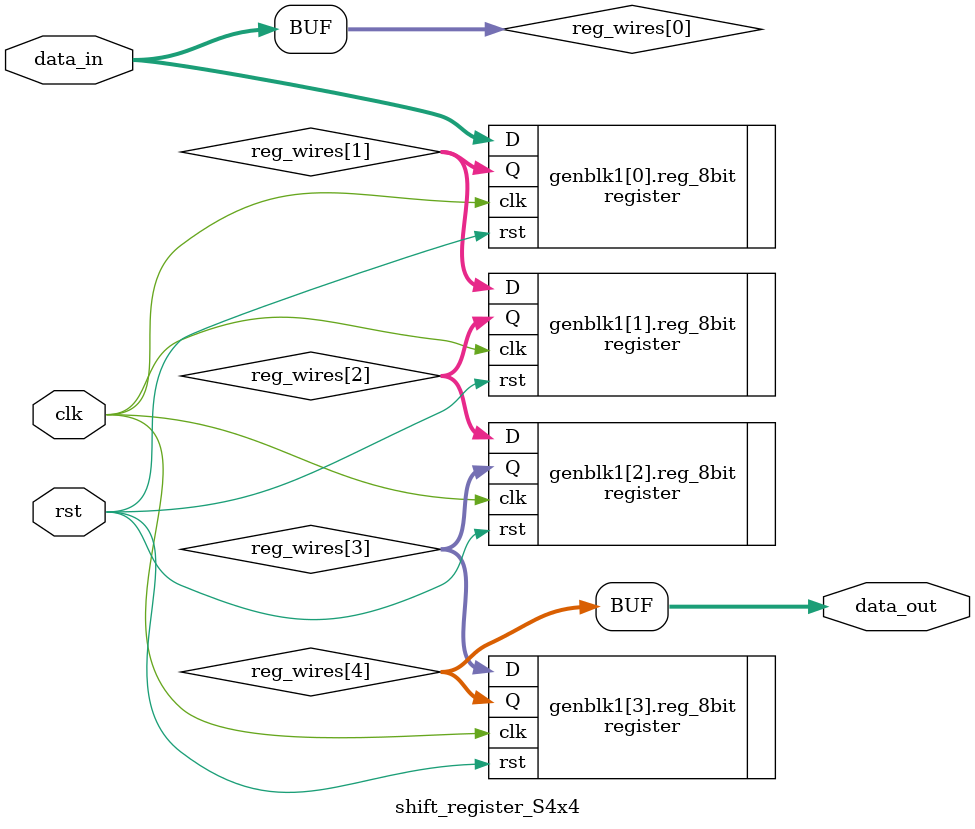
<source format=sv>
module shift_register_S4x4 #
(
    parameter WIDTH = 8,
    parameter NUM_OF_REG = 4
)
(
    input logic rst, clk,
    input logic [WIDTH-1:0] data_in,
    output logic [WIDTH-1:0] data_out
);

logic [WIDTH-1:0] reg_wires [0:NUM_OF_REG];

genvar i;

assign reg_wires[0] = data_in;

generate
    for (i = 0; i < NUM_OF_REG; i++)
    begin
        register #
        (
            .WIDTH(8)
        )
            reg_8bit
        (
            .rst(rst),
            .clk(clk),
            .D(reg_wires[i]),
            .Q(reg_wires[i+1])
        );
    end
endgenerate

assign data_out = reg_wires[NUM_OF_REG];

endmodule
</source>
